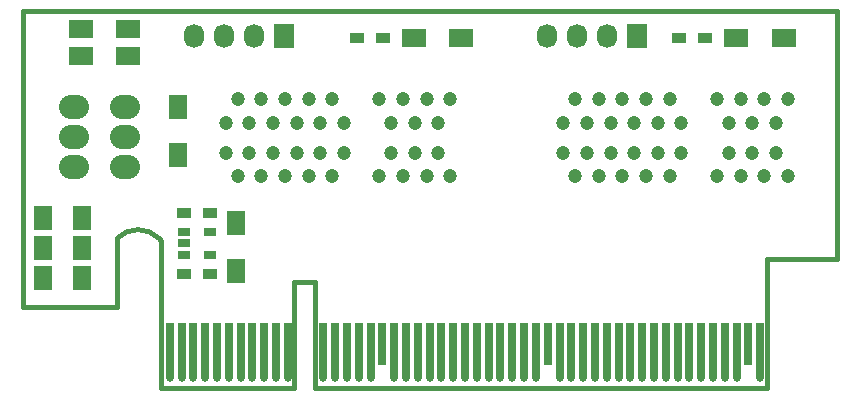
<source format=gts>
G04 #@! TF.FileFunction,Soldermask,Top*
%FSLAX46Y46*%
G04 Gerber Fmt 4.6, Leading zero omitted, Abs format (unit mm)*
G04 Created by KiCad (PCBNEW 4.0.2+e4-6225~38~ubuntu14.04.1-stable) date Mon Aug  1 22:56:21 2016*
%MOMM*%
G01*
G04 APERTURE LIST*
%ADD10C,0.350000*%
%ADD11C,0.381000*%
%ADD12C,1.198880*%
%ADD13R,1.600000X2.000000*%
%ADD14R,1.200000X0.900000*%
%ADD15R,2.000000X1.600000*%
%ADD16R,1.060000X0.650000*%
%ADD17R,1.727200X2.032000*%
%ADD18O,1.727200X2.032000*%
%ADD19R,1.524000X2.032000*%
%ADD20O,2.540000X2.032000*%
%ADD21R,0.650240X4.599940*%
%ADD22R,0.650240X3.599180*%
%ADD23C,0.650240*%
G04 APERTURE END LIST*
D10*
D11*
X20376000Y-9732000D02*
X18626000Y-9732000D01*
X18626000Y-9732000D02*
X18626000Y-18732000D01*
X20376000Y-18732000D02*
X20376000Y-9732000D01*
X7376000Y-6259360D02*
X7126000Y-6009360D01*
X7376000Y-6302060D02*
X7376000Y-18732000D01*
X-4374000Y13169900D02*
X-4374000Y-11832000D01*
X3601720Y-6070600D02*
X3601720Y-11832000D01*
X3548380Y-11832000D02*
X-4374000Y-11832000D01*
X58623200Y-7832000D02*
X64541400Y-7832000D01*
X64538860Y13169900D02*
X-4374000Y13169900D01*
X64541400Y-7823200D02*
X64541400Y13169900D01*
X18626000Y-18732000D02*
X7376000Y-18732000D01*
X58626000Y-18732000D02*
X20376000Y-18732000D01*
X58626000Y-7832000D02*
X58626000Y-18732000D01*
X7171515Y-6055408D02*
G75*
G03X3641240Y-6024600I-1780275J-1719192D01*
G01*
D12*
X54400660Y-783200D03*
X55401420Y1218320D03*
X56399640Y-783200D03*
X57400400Y1218320D03*
X58401160Y-783200D03*
X59399380Y1218320D03*
X60400140Y-783200D03*
X55401420Y3717680D03*
X57400400Y3717680D03*
X59399380Y3717680D03*
X54400660Y5719200D03*
X56399640Y5719200D03*
X58401160Y5719200D03*
X60400140Y5719200D03*
X51400920Y1218320D03*
X49399400Y1218320D03*
X47400420Y1218320D03*
X45401440Y1218320D03*
X43399920Y1218320D03*
X41400940Y1218320D03*
X42401700Y-783200D03*
X44400680Y-783200D03*
X46399660Y-783200D03*
X48401180Y-783200D03*
X50400160Y-783200D03*
X41400940Y3717680D03*
X42401700Y5719200D03*
X43399920Y3717680D03*
X44400680Y5719200D03*
X45401440Y3717680D03*
X46399660Y5719200D03*
X47400420Y3717680D03*
X48401180Y5719200D03*
X49399400Y3717680D03*
X50400160Y5719200D03*
X51400920Y3717680D03*
X25825660Y-783200D03*
X26826420Y1218320D03*
X27824640Y-783200D03*
X28825400Y1218320D03*
X29826160Y-783200D03*
X30824380Y1218320D03*
X31825140Y-783200D03*
X26826420Y3717680D03*
X28825400Y3717680D03*
X30824380Y3717680D03*
X25825660Y5719200D03*
X27824640Y5719200D03*
X29826160Y5719200D03*
X31825140Y5719200D03*
X22825920Y1218320D03*
X20824400Y1218320D03*
X18825420Y1218320D03*
X16826440Y1218320D03*
X14824920Y1218320D03*
X12825940Y1218320D03*
X13826700Y-783200D03*
X15825680Y-783200D03*
X17824660Y-783200D03*
X19826180Y-783200D03*
X21825160Y-783200D03*
X12825940Y3717680D03*
X13826700Y5719200D03*
X14824920Y3717680D03*
X15825680Y5719200D03*
X16826440Y3717680D03*
X17824660Y5719200D03*
X18825420Y3717680D03*
X19826180Y5719200D03*
X20824400Y3717680D03*
X21825160Y5719200D03*
X22825920Y3717680D03*
D13*
X13706313Y-8777290D03*
X13706313Y-4777290D03*
D14*
X9304313Y-9063290D03*
X11504313Y-9063290D03*
D15*
X32734000Y10922000D03*
X28734000Y10922000D03*
D14*
X9304313Y-3856290D03*
X11504313Y-3856290D03*
X23919000Y10922000D03*
X26119000Y10922000D03*
D16*
X9304313Y-5523467D03*
X9304313Y-6473467D03*
X9304313Y-7423467D03*
X11504313Y-7423467D03*
X11504313Y-5523467D03*
D15*
X60039000Y10922000D03*
X56039000Y10922000D03*
D14*
X51224000Y10922000D03*
X53424000Y10922000D03*
D17*
X17780000Y11049000D03*
D18*
X15240000Y11049000D03*
X12700000Y11049000D03*
X10160000Y11049000D03*
D17*
X47625000Y11049000D03*
D18*
X45085000Y11049000D03*
X42545000Y11049000D03*
X40005000Y11049000D03*
D19*
X635000Y-9398000D03*
X-2667000Y-9398000D03*
X635000Y-6858000D03*
X-2667000Y-6858000D03*
X635000Y-4318000D03*
X-2667000Y-4318000D03*
D13*
X8763000Y1048000D03*
X8763000Y5048000D03*
D15*
X540000Y9398000D03*
X4540000Y9398000D03*
X540000Y11684000D03*
X4540000Y11684000D03*
D20*
X4318000Y2540000D03*
X4318000Y0D03*
X4318000Y5080000D03*
X0Y2540000D03*
X0Y5080000D03*
X0Y0D03*
D21*
X8075220Y-15531120D03*
X9075980Y-15531120D03*
X10074200Y-15531120D03*
X11074960Y-15531120D03*
X12075720Y-15531120D03*
X13073940Y-15531120D03*
X14074700Y-15531120D03*
X15075460Y-15531120D03*
X16073680Y-15531120D03*
X17074440Y-15531120D03*
X18075200Y-15531120D03*
X21074940Y-15531120D03*
X22075700Y-15531120D03*
X23073920Y-15531120D03*
X24074680Y-15531120D03*
X25075440Y-15531120D03*
D22*
X26073660Y-15030740D03*
D21*
X27074420Y-15531120D03*
X28074820Y-15531120D03*
X29074820Y-15531120D03*
X30074820Y-15531120D03*
X31074820Y-15531120D03*
X32074820Y-15531120D03*
X33074820Y-15531120D03*
X34074820Y-15531120D03*
X35074820Y-15531120D03*
X36074820Y-15531120D03*
X37074820Y-15531120D03*
X38074820Y-15531120D03*
X39074820Y-15531120D03*
D22*
X40074820Y-15031120D03*
D21*
X41074820Y-15531120D03*
X42074820Y-15531120D03*
X43074820Y-15531120D03*
X44074820Y-15531120D03*
X45074820Y-15531120D03*
X46074820Y-15531120D03*
X47074820Y-15531120D03*
X48074820Y-15531120D03*
X49074820Y-15531120D03*
X50074820Y-15531120D03*
X51074820Y-15531120D03*
X52074820Y-15531120D03*
X53074820Y-15531120D03*
X54074820Y-15531120D03*
X55074820Y-15531120D03*
X56074820Y-15531120D03*
D22*
X57074820Y-15031120D03*
D21*
X58074820Y-15531120D03*
D23*
X8075220Y-17832360D03*
X9075980Y-17832360D03*
X10074200Y-17832360D03*
X11074960Y-17832360D03*
X12075720Y-17832360D03*
X13073940Y-17832360D03*
X14074700Y-17832360D03*
X15075460Y-17832360D03*
X16073680Y-17832360D03*
X17074440Y-17832360D03*
X18075200Y-17832360D03*
X21074940Y-17832360D03*
X22075700Y-17832360D03*
X23073920Y-17832360D03*
X24074680Y-17832360D03*
X25075440Y-17832360D03*
X27074420Y-17832360D03*
X28074820Y-17832360D03*
X29074820Y-17832360D03*
X30074820Y-17832360D03*
X31074820Y-17832360D03*
X32074820Y-17832360D03*
X33074820Y-17832360D03*
X34074820Y-17832360D03*
X35074820Y-17832360D03*
X36074820Y-17832360D03*
X37074820Y-17832360D03*
X38074820Y-17832360D03*
X39074820Y-17832360D03*
X41074820Y-17832360D03*
X42074820Y-17832360D03*
X43074820Y-17832360D03*
X44074820Y-17832360D03*
X45074820Y-17832360D03*
X46074820Y-17832360D03*
X47074820Y-17832360D03*
X48074820Y-17832360D03*
X49074820Y-17832360D03*
X50074820Y-17832360D03*
X51074820Y-17832360D03*
X52074820Y-17832360D03*
X53074820Y-17832360D03*
X54074820Y-17832360D03*
X55074820Y-17832360D03*
X56074820Y-17832360D03*
X58074820Y-17832360D03*
M02*

</source>
